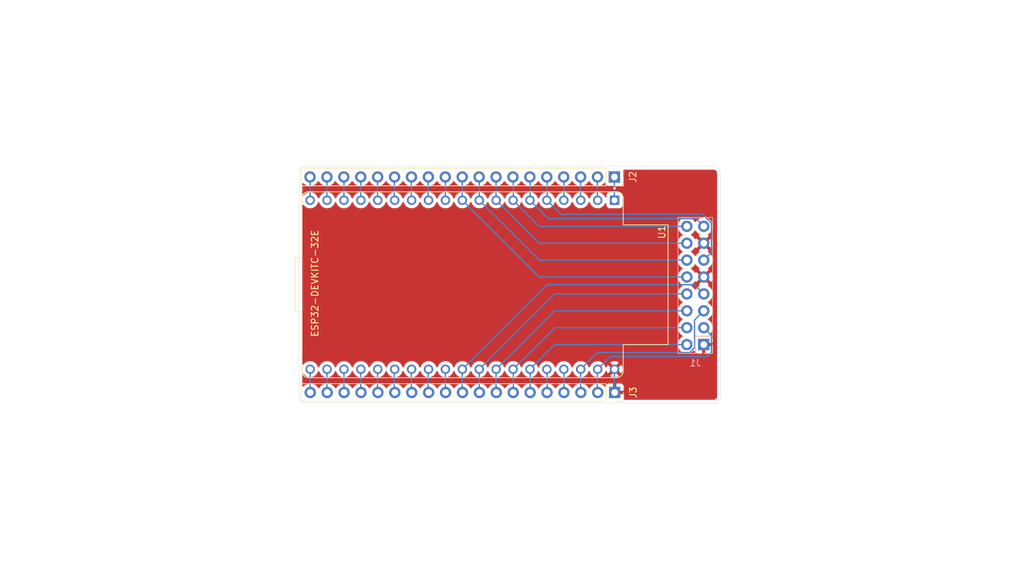
<source format=kicad_pcb>
(kicad_pcb (version 20241229) (generator "pcbnew") (generator_version "9.0")
  (layers (0 "F.Cu" signal) (2 "B.Cu" signal) (13 "F.Paste" user) (15 "B.Paste" user) (5 "F.SilkS" user "F.Silkscreen") (7 "B.SilkS" user "B.Silkscreen") (1 "F.Mask" user) (3 "B.Mask" user) (25 "Edge.Cuts" user))
  (net 0 "")
  (net 1 "GND")
  (net 2 "CLK")
  (net 3 "LAT")
  (net 4 "R1")
  (net 5 "B2")
  (net 6 "C")
  (net 7 "R2")
  (net 8 "G1")
  (net 9 "A")
  (net 10 "B1")
  (net 11 "B")
  (net 12 "G2")
  (net 13 "D")
  (net 14 "OE")
  (net 15 "Net-(J2-Pin_15)")
  (net 16 "Net-(J2-Pin_4)")
  (net 17 "Net-(J2-Pin_3)")
  (net 18 "Net-(J2-Pin_2)")
  (net 19 "Net-(J2-Pin_17)")
  (net 20 "Net-(J2-Pin_13)")
  (net 21 "Net-(J2-Pin_1)")
  (net 22 "Net-(J2-Pin_12)")
  (net 23 "Net-(J2-Pin_18)")
  (net 24 "Net-(J2-Pin_16)")
  (net 25 "Net-(J2-Pin_19)")
  (net 26 "Net-(J2-Pin_14)")
  (net 27 "Net-(J3-Pin_15)")
  (net 28 "Net-(J3-Pin_12)")
  (net 29 "Net-(J3-Pin_4)")
  (net 30 "Net-(J3-Pin_19)")
  (net 31 "Net-(J3-Pin_17)")
  (net 32 "Net-(J3-Pin_16)")
  (net 33 "Net-(J3-Pin_5)")
  (net 34 "Net-(J3-Pin_14)")
  (net 35 "Net-(J2-Pin_11)")
  (net 36 "Net-(J3-Pin_13)")
  (net 37 "Net-(J3-Pin_11)")
  (net 38 "Net-(J3-Pin_18)")
  (footprint "Connector_PinSocket_2.54mm:PinSocket_1x19_P2.54mm_Vertical" (layer "F.Cu") (at 150.42 114 -90)
    (property "Reference" "J3" (at 0 -2.77 90) (layer "F.SilkS"))
    (property "Value" "Conn_01x19_MountingPin")
    (fp_line (start -1.33 47.05) (end 1.33 47.05) (stroke (width 0.12)) (layer "F.SilkS"))
    (fp_line (start -1.33 1.27) (end -1.33 47.05) (stroke (width 0.12)) (layer "F.SilkS"))
    (fp_line (start -1.33 1.27) (end 1.33 1.27) (stroke (width 0.12)) (layer "F.SilkS"))
    (fp_line (start 1.33 1.27) (end 1.33 47.05) (stroke (width 0.12)) (layer "F.SilkS"))
    (fp_line (start 0 -1.33) (end 1.33 -1.33) (stroke (width 0.12)) (layer "F.SilkS"))
    (fp_line (start 1.33 -1.33) (end 1.33 0) (stroke (width 0.12)) (layer "F.SilkS"))
    (pad "1" thru_hole rect (at 0 0 270) (size 1.7 1.7) (drill 1) (layers "*.Cu" "*.Mask") (net 1 "GND"))
    (pad "2" thru_hole circle (at 0 2.54 270) (size 1.7 1.7) (drill 1) (layers "*.Cu" "*.Mask") (net 3 "LAT"))
    (pad "3" thru_hole circle (at 0 5.08 270) (size 1.7 1.7) (drill 1) (layers "*.Cu" "*.Mask") (net 13 "D"))
    (pad "4" thru_hole circle (at 0 7.62 270) (size 1.7 1.7) (drill 1) (layers "*.Cu" "*.Mask") (net 29 "Net-(J3-Pin_4)"))
    (pad "5" thru_hole circle (at 0 10.16 270) (size 1.7 1.7) (drill 1) (layers "*.Cu" "*.Mask") (net 33 "Net-(J3-Pin_5)"))
    (pad "6" thru_hole circle (at 0 12.7 270) (size 1.7 1.7) (drill 1) (layers "*.Cu" "*.Mask") (net 14 "OE"))
    (pad "7" thru_hole circle (at 0 15.24 270) (size 1.7 1.7) (drill 1) (layers "*.Cu" "*.Mask") (net 2 "CLK"))
    (pad "8" thru_hole circle (at 0 17.78 270) (size 1.7 1.7) (drill 1) (layers "*.Cu" "*.Mask") (net 6 "C"))
    (pad "9" thru_hole circle (at 0 20.32 270) (size 1.7 1.7) (drill 1) (layers "*.Cu" "*.Mask") (net 9 "A"))
    (pad "10" thru_hole circle (at 0 22.86 270) (size 1.7 1.7) (drill 1) (layers "*.Cu" "*.Mask") (net 11 "B"))
    (pad "11" thru_hole circle (at 0 25.4 270) (size 1.7 1.7) (drill 1) (layers "*.Cu" "*.Mask") (net 37 "Net-(J3-Pin_11)"))
    (pad "12" thru_hole circle (at 0 27.94 270) (size 1.7 1.7) (drill 1) (layers "*.Cu" "*.Mask") (net 28 "Net-(J3-Pin_12)"))
    (pad "13" thru_hole circle (at 0 30.48 270) (size 1.7 1.7) (drill 1) (layers "*.Cu" "*.Mask") (net 36 "Net-(J3-Pin_13)"))
    (pad "14" thru_hole circle (at 0 33.02 270) (size 1.7 1.7) (drill 1) (layers "*.Cu" "*.Mask") (net 34 "Net-(J3-Pin_14)"))
    (pad "15" thru_hole circle (at 0 35.56 270) (size 1.7 1.7) (drill 1) (layers "*.Cu" "*.Mask") (net 27 "Net-(J3-Pin_15)"))
    (pad "16" thru_hole circle (at 0 38.1 270) (size 1.7 1.7) (drill 1) (layers "*.Cu" "*.Mask") (net 32 "Net-(J3-Pin_16)"))
    (pad "17" thru_hole circle (at 0 40.64 270) (size 1.7 1.7) (drill 1) (layers "*.Cu" "*.Mask") (net 31 "Net-(J3-Pin_17)"))
    (pad "18" thru_hole circle (at 0 43.18 270) (size 1.7 1.7) (drill 1) (layers "*.Cu" "*.Mask") (net 38 "Net-(J3-Pin_18)"))
    (pad "19" thru_hole circle (at 0 45.72 270) (size 1.7 1.7) (drill 1) (layers "*.Cu" "*.Mask") (net 30 "Net-(J3-Pin_19)"))
  )
  (footprint "Connector_PinSocket_2.54mm:PinSocket_1x19_P2.54mm_Vertical" (layer "F.Cu") (at 150.38 81.6 -90)
    (property "Reference" "J2" (at 0 -2.77 90) (layer "F.SilkS"))
    (property "Value" "Conn_01x19_MountingPin")
    (fp_line (start -1.33 47.05) (end 1.33 47.05) (stroke (width 0.12)) (layer "F.SilkS"))
    (fp_line (start -1.33 1.27) (end -1.33 47.05) (stroke (width 0.12)) (layer "F.SilkS"))
    (fp_line (start -1.33 1.27) (end 1.33 1.27) (stroke (width 0.12)) (layer "F.SilkS"))
    (fp_line (start 1.33 1.27) (end 1.33 47.05) (stroke (width 0.12)) (layer "F.SilkS"))
    (fp_line (start 0 -1.33) (end 1.33 -1.33) (stroke (width 0.12)) (layer "F.SilkS"))
    (fp_line (start 1.33 -1.33) (end 1.33 0) (stroke (width 0.12)) (layer "F.SilkS"))
    (pad "1" thru_hole rect (at 0 0 270) (size 1.7 1.7) (drill 1) (layers "*.Cu" "*.Mask") (net 21 "Net-(J2-Pin_1)"))
    (pad "2" thru_hole circle (at 0 2.54 270) (size 1.7 1.7) (drill 1) (layers "*.Cu" "*.Mask") (net 18 "Net-(J2-Pin_2)"))
    (pad "3" thru_hole circle (at 0 5.08 270) (size 1.7 1.7) (drill 1) (layers "*.Cu" "*.Mask") (net 17 "Net-(J2-Pin_3)"))
    (pad "4" thru_hole circle (at 0 7.62 270) (size 1.7 1.7) (drill 1) (layers "*.Cu" "*.Mask") (net 16 "Net-(J2-Pin_4)"))
    (pad "5" thru_hole circle (at 0 10.16 270) (size 1.7 1.7) (drill 1) (layers "*.Cu" "*.Mask") (net 12 "G2"))
    (pad "6" thru_hole circle (at 0 12.7 270) (size 1.7 1.7) (drill 1) (layers "*.Cu" "*.Mask") (net 8 "G1"))
    (pad "7" thru_hole circle (at 0 15.24 270) (size 1.7 1.7) (drill 1) (layers "*.Cu" "*.Mask") (net 4 "R1"))
    (pad "8" thru_hole circle (at 0 17.78 270) (size 1.7 1.7) (drill 1) (layers "*.Cu" "*.Mask") (net 10 "B1"))
    (pad "9" thru_hole circle (at 0 20.32 270) (size 1.7 1.7) (drill 1) (layers "*.Cu" "*.Mask") (net 7 "R2"))
    (pad "10" thru_hole circle (at 0 22.86 270) (size 1.7 1.7) (drill 1) (layers "*.Cu" "*.Mask") (net 5 "B2"))
    (pad "11" thru_hole circle (at 0 25.4 270) (size 1.7 1.7) (drill 1) (layers "*.Cu" "*.Mask") (net 35 "Net-(J2-Pin_11)"))
    (pad "12" thru_hole circle (at 0 27.94 270) (size 1.7 1.7) (drill 1) (layers "*.Cu" "*.Mask") (net 22 "Net-(J2-Pin_12)"))
    (pad "13" thru_hole circle (at 0 30.48 270) (size 1.7 1.7) (drill 1) (layers "*.Cu" "*.Mask") (net 20 "Net-(J2-Pin_13)"))
    (pad "14" thru_hole circle (at 0 33.02 270) (size 1.7 1.7) (drill 1) (layers "*.Cu" "*.Mask") (net 26 "Net-(J2-Pin_14)"))
    (pad "15" thru_hole circle (at 0 35.56 270) (size 1.7 1.7) (drill 1) (layers "*.Cu" "*.Mask") (net 15 "Net-(J2-Pin_15)"))
    (pad "16" thru_hole circle (at 0 38.1 270) (size 1.7 1.7) (drill 1) (layers "*.Cu" "*.Mask") (net 24 "Net-(J2-Pin_16)"))
    (pad "17" thru_hole circle (at 0 40.64 270) (size 1.7 1.7) (drill 1) (layers "*.Cu" "*.Mask") (net 19 "Net-(J2-Pin_17)"))
    (pad "18" thru_hole circle (at 0 43.18 270) (size 1.7 1.7) (drill 1) (layers "*.Cu" "*.Mask") (net 23 "Net-(J2-Pin_18)"))
    (pad "19" thru_hole circle (at 0 45.72 270) (size 1.7 1.7) (drill 1) (layers "*.Cu" "*.Mask") (net 25 "Net-(J2-Pin_19)"))
  )
  (footprint "ESP32-DEVKITC-32E:MODULE_ESP32-DEVKITC-32E" (layer "F.Cu") (at 127.565 97.8 -90)
    (property "Reference" "U1" (at -7.9 -29.935 90) (layer "F.SilkS"))
    (property "Value" "ESP32-DEVKITC-32E" (at -0.2 22.165 90) (layer "F.SilkS"))
    (fp_line (start -4.05 25.13) (end 4.05 25.13) (stroke (width 0.127)) (layer "F.SilkS"))
    (fp_line (start 4.05 25.13) (end 4.05 24.13) (stroke (width 0.127)) (layer "F.SilkS"))
    (fp_line (start -12.97 24.13) (end -4.05 24.13) (stroke (width 0.127)) (layer "F.SilkS"))
    (fp_line (start -4.05 24.13) (end -4.05 25.13) (stroke (width 0.127)) (layer "F.SilkS"))
    (fp_line (start 4.05 24.13) (end 12.97 24.13) (stroke (width 0.127)) (layer "F.SilkS"))
    (fp_line (start -13.97 23.13) (end -13.97 -23.13) (stroke (width 0.127)) (layer "F.SilkS"))
    (fp_line (start 13.97 23.13) (end 13.97 -23.13) (stroke (width 0.127)) (layer "F.SilkS"))
    (fp_line (start -12.97 -24.13) (end -9 -24.13) (stroke (width 0.127)) (layer "F.SilkS"))
    (fp_line (start -9 -24.13) (end -9 -30.87) (stroke (width 0.127)) (layer "F.SilkS"))
    (fp_line (start 9 -24.13) (end 12.97 -24.13) (stroke (width 0.127)) (layer "F.SilkS"))
    (fp_line (start -9 -30.87) (end 9 -30.87) (stroke (width 0.127)) (layer "F.SilkS"))
    (fp_line (start 9 -30.87) (end 9 -24.13) (stroke (width 0.127)) (layer "F.SilkS"))
    (fp_arc (start -12.97 24.13) (mid -13.677107 23.837107) (end -13.97 23.13) (stroke (width 0.127)) (layer "F.SilkS"))
    (fp_arc (start 13.97 23.13) (mid 13.677107 23.837107) (end 12.97 24.13) (stroke (width 0.127)) (layer "F.SilkS"))
    (fp_arc (start -13.97 -23.13) (mid -13.677107 -23.837107) (end -12.97 -24.13) (stroke (width 0.127)) (layer "F.SilkS"))
    (fp_arc (start 12.97 -24.13) (mid 13.677107 -23.837107) (end 13.97 -23.13) (stroke (width 0.127)) (layer "F.SilkS"))
    (fp_circle (center -14.5 -22.835) (end -14.4 -22.835) (stroke (width 0.2)) (fill no) (layer "F.SilkS"))
    (pad "J2_1" thru_hole rect (at -12.7 -22.835 270) (size 1.408 1.408) (drill 0.9) (layers "*.Cu" "*.Mask") (net 21 "Net-(J2-Pin_1)"))
    (pad "J2_2" thru_hole circle (at -12.7 -20.295 270) (size 1.408 1.408) (drill 0.9) (layers "*.Cu" "*.Mask") (net 18 "Net-(J2-Pin_2)"))
    (pad "J2_3" thru_hole circle (at -12.7 -17.755 270) (size 1.408 1.408) (drill 0.9) (layers "*.Cu" "*.Mask") (net 17 "Net-(J2-Pin_3)"))
    (pad "J2_4" thru_hole circle (at -12.7 -15.215 270) (size 1.408 1.408) (drill 0.9) (layers "*.Cu" "*.Mask") (net 16 "Net-(J2-Pin_4)"))
    (pad "J2_5" thru_hole circle (at -12.7 -12.675 270) (size 1.408 1.408) (drill 0.9) (layers "*.Cu" "*.Mask") (net 12 "G2"))
    (pad "J2_6" thru_hole circle (at -12.7 -10.135 270) (size 1.408 1.408) (drill 0.9) (layers "*.Cu" "*.Mask") (net 8 "G1"))
    (pad "J2_7" thru_hole circle (at -12.7 -7.595 270) (size 1.408 1.408) (drill 0.9) (layers "*.Cu" "*.Mask") (net 4 "R1"))
    (pad "J2_8" thru_hole circle (at -12.7 -5.055 270) (size 1.408 1.408) (drill 0.9) (layers "*.Cu" "*.Mask") (net 10 "B1"))
    (pad "J2_9" thru_hole circle (at -12.7 -2.515 270) (size 1.408 1.408) (drill 0.9) (layers "*.Cu" "*.Mask") (net 7 "R2"))
    (pad "J2_10" thru_hole circle (at -12.7 0.025 270) (size 1.408 1.408) (drill 0.9) (layers "*.Cu" "*.Mask") (net 5 "B2"))
    (pad "J2_11" thru_hole circle (at -12.7 2.565 270) (size 1.408 1.408) (drill 0.9) (layers "*.Cu" "*.Mask") (net 35 "Net-(J2-Pin_11)"))
    (pad "J2_12" thru_hole circle (at -12.7 5.105 270) (size 1.408 1.408) (drill 0.9) (layers "*.Cu" "*.Mask") (net 22 "Net-(J2-Pin_12)"))
    (pad "J2_13" thru_hole circle (at -12.7 7.645 270) (size 1.408 1.408) (drill 0.9) (layers "*.Cu" "*.Mask") (net 20 "Net-(J2-Pin_13)"))
    (pad "J2_14" thru_hole circle (at -12.7 10.185 270) (size 1.408 1.408) (drill 0.9) (layers "*.Cu" "*.Mask") (net 26 "Net-(J2-Pin_14)"))
    (pad "J2_15" thru_hole circle (at -12.7 12.725 270) (size 1.408 1.408) (drill 0.9) (layers "*.Cu" "*.Mask") (net 15 "Net-(J2-Pin_15)"))
    (pad "J2_16" thru_hole circle (at -12.7 15.265 270) (size 1.408 1.408) (drill 0.9) (layers "*.Cu" "*.Mask") (net 24 "Net-(J2-Pin_16)"))
    (pad "J2_17" thru_hole circle (at -12.7 17.805 270) (size 1.408 1.408) (drill 0.9) (layers "*.Cu" "*.Mask") (net 19 "Net-(J2-Pin_17)"))
    (pad "J2_18" thru_hole circle (at -12.7 20.345 270) (size 1.408 1.408) (drill 0.9) (layers "*.Cu" "*.Mask") (net 23 "Net-(J2-Pin_18)"))
    (pad "J2_19" thru_hole circle (at -12.7 22.885 270) (size 1.408 1.408) (drill 0.9) (layers "*.Cu" "*.Mask") (net 25 "Net-(J2-Pin_19)"))
    (pad "J3_1" thru_hole circle (at 12.7 -22.835 270) (size 1.408 1.408) (drill 0.9) (layers "*.Cu" "*.Mask") (net 1 "GND"))
    (pad "J3_2" thru_hole circle (at 12.7 -20.295 270) (size 1.408 1.408) (drill 0.9) (layers "*.Cu" "*.Mask") (net 3 "LAT"))
    (pad "J3_3" thru_hole circle (at 12.7 -17.755 270) (size 1.408 1.408) (drill 0.9) (layers "*.Cu" "*.Mask") (net 13 "D"))
    (pad "J3_4" thru_hole circle (at 12.7 -15.215 270) (size 1.408 1.408) (drill 0.9) (layers "*.Cu" "*.Mask") (net 29 "Net-(J3-Pin_4)"))
    (pad "J3_5" thru_hole circle (at 12.7 -12.675 270) (size 1.408 1.408) (drill 0.9) (layers "*.Cu" "*.Mask") (net 33 "Net-(J3-Pin_5)"))
    (pad "J3_6" thru_hole circle (at 12.7 -10.135 270) (size 1.408 1.408) (drill 0.9) (layers "*.Cu" "*.Mask") (net 14 "OE"))
    (pad "J3_7" thru_hole circle (at 12.7 -7.595 270) (size 1.408 1.408) (drill 0.9) (layers "*.Cu" "*.Mask") (net 2 "CLK"))
    (pad "J3_8" thru_hole circle (at 12.7 -5.055 270) (size 1.408 1.408) (drill 0.9) (layers "*.Cu" "*.Mask") (net 6 "C"))
    (pad "J3_9" thru_hole circle (at 12.7 -2.515 270) (size 1.408 1.408) (drill 0.9) (layers "*.Cu" "*.Mask") (net 9 "A"))
    (pad "J3_10" thru_hole circle (at 12.7 0.025 270) (size 1.408 1.408) (drill 0.9) (layers "*.Cu" "*.Mask") (net 11 "B"))
    (pad "J3_11" thru_hole circle (at 12.7 2.565 270) (size 1.408 1.408) (drill 0.9) (layers "*.Cu" "*.Mask") (net 37 "Net-(J3-Pin_11)"))
    (pad "J3_12" thru_hole circle (at 12.7 5.105 270) (size 1.408 1.408) (drill 0.9) (layers "*.Cu" "*.Mask") (net 28 "Net-(J3-Pin_12)"))
    (pad "J3_13" thru_hole circle (at 12.7 7.645 270) (size 1.408 1.408) (drill 0.9) (layers "*.Cu" "*.Mask") (net 36 "Net-(J3-Pin_13)"))
    (pad "J3_14" thru_hole circle (at 12.7 10.185 270) (size 1.408 1.408) (drill 0.9) (layers "*.Cu" "*.Mask") (net 34 "Net-(J3-Pin_14)"))
    (pad "J3_15" thru_hole circle (at 12.7 12.725 270) (size 1.408 1.408) (drill 0.9) (layers "*.Cu" "*.Mask") (net 27 "Net-(J3-Pin_15)"))
    (pad "J3_16" thru_hole circle (at 12.7 15.265 270) (size 1.408 1.408) (drill 0.9) (layers "*.Cu" "*.Mask") (net 32 "Net-(J3-Pin_16)"))
    (pad "J3_17" thru_hole circle (at 12.7 17.805 270) (size 1.408 1.408) (drill 0.9) (layers "*.Cu" "*.Mask") (net 31 "Net-(J3-Pin_17)"))
    (pad "J3_18" thru_hole circle (at 12.7 20.345 270) (size 1.408 1.408) (drill 0.9) (layers "*.Cu" "*.Mask") (net 38 "Net-(J3-Pin_18)"))
    (pad "J3_19" thru_hole circle (at 12.7 22.885 270) (size 1.408 1.408) (drill 0.9) (layers "*.Cu" "*.Mask") (net 30 "Net-(J3-Pin_19)"))
  )
  (footprint "Connector_PinSocket_2.54mm:PinSocket_2x08_P2.54mm_Vertical" (layer "B.Cu") (at 163.8 106.8)
    (property "Reference" "J1" (at -1.27 2.77 0) (layer "B.SilkS") (effects (justify mirror)))
    (property "Value" "Conn_02x08_Odd_Even_MountingPin")
    (fp_line (start -3.87 -19.11) (end 1.33 -19.11) (stroke (width 0.12)) (layer "B.SilkS"))
    (fp_line (start -3.87 1.33) (end -3.87 -19.11) (stroke (width 0.12)) (layer "B.SilkS"))
    (fp_line (start -3.87 1.33) (end -1.27 1.33) (stroke (width 0.12)) (layer "B.SilkS"))
    (fp_line (start -1.27 -1.27) (end 1.33 -1.27) (stroke (width 0.12)) (layer "B.SilkS"))
    (fp_line (start -1.27 1.33) (end -1.27 -1.27) (stroke (width 0.12)) (layer "B.SilkS"))
    (fp_line (start 0 1.33) (end 1.33 1.33) (stroke (width 0.12)) (layer "B.SilkS"))
    (fp_line (start 1.33 -1.27) (end 1.33 -19.11) (stroke (width 0.12)) (layer "B.SilkS"))
    (fp_line (start 1.33 1.33) (end 1.33 0) (stroke (width 0.12)) (layer "B.SilkS"))
    (pad "1" thru_hole rect (at 0 0) (size 1.7 1.7) (drill 1) (layers "*.Cu" "*.Mask") (net 1 "GND"))
    (pad "2" thru_hole circle (at -2.54 0) (size 1.7 1.7) (drill 1) (layers "*.Cu" "*.Mask") (net 14 "OE"))
    (pad "3" thru_hole circle (at 0 -2.54) (size 1.7 1.7) (drill 1) (layers "*.Cu" "*.Mask") (net 3 "LAT"))
    (pad "4" thru_hole circle (at -2.54 -2.54) (size 1.7 1.7) (drill 1) (layers "*.Cu" "*.Mask") (net 2 "CLK"))
    (pad "5" thru_hole circle (at 0 -5.08) (size 1.7 1.7) (drill 1) (layers "*.Cu" "*.Mask") (net 13 "D"))
    (pad "6" thru_hole circle (at -2.54 -5.08) (size 1.7 1.7) (drill 1) (layers "*.Cu" "*.Mask") (net 6 "C"))
    (pad "7" thru_hole circle (at 0 -7.62) (size 1.7 1.7) (drill 1) (layers "*.Cu" "*.Mask") (net 11 "B"))
    (pad "8" thru_hole circle (at -2.54 -7.62) (size 1.7 1.7) (drill 1) (layers "*.Cu" "*.Mask") (net 9 "A"))
    (pad "9" thru_hole circle (at 0 -10.16) (size 1.7 1.7) (drill 1) (layers "*.Cu" "*.Mask") (net 1 "GND"))
    (pad "10" thru_hole circle (at -2.54 -10.16) (size 1.7 1.7) (drill 1) (layers "*.Cu" "*.Mask") (net 5 "B2"))
    (pad "11" thru_hole circle (at 0 -12.7) (size 1.7 1.7) (drill 1) (layers "*.Cu" "*.Mask") (net 12 "G2"))
    (pad "12" thru_hole circle (at -2.54 -12.7) (size 1.7 1.7) (drill 1) (layers "*.Cu" "*.Mask") (net 7 "R2"))
    (pad "13" thru_hole circle (at 0 -15.24) (size 1.7 1.7) (drill 1) (layers "*.Cu" "*.Mask") (net 1 "GND"))
    (pad "14" thru_hole circle (at -2.54 -15.24) (size 1.7 1.7) (drill 1) (layers "*.Cu" "*.Mask") (net 10 "B1"))
    (pad "15" thru_hole circle (at 0 -17.78) (size 1.7 1.7) (drill 1) (layers "*.Cu" "*.Mask") (net 8 "G1"))
    (pad "16" thru_hole circle (at -2.54 -17.78) (size 1.7 1.7) (drill 1) (layers "*.Cu" "*.Mask") (net 4 "R1"))
  )
  (gr_line (start 104 80) (end 165.3 80) (stroke (width 0.05)) (layer "Edge.Cuts"))
  (gr_line (start 165.3 115.6) (end 104 115.6) (stroke (width 0.05)) (layer "Edge.Cuts"))
  (gr_arc (start 103 81) (mid 103.292893 80.292893) (end 104 80) (stroke (width 0.05)) (layer "Edge.Cuts"))
  (gr_line (start 166.3 81) (end 166.3 114.6) (stroke (width 0.05)) (layer "Edge.Cuts"))
  (gr_arc (start 166.3 114.6) (mid 166.007107 115.307107) (end 165.3 115.6) (stroke (width 0.05)) (layer "Edge.Cuts"))
  (gr_line (start 103 114.6) (end 103 81) (stroke (width 0.05)) (layer "Edge.Cuts"))
  (gr_arc (start 104 115.6) (mid 103.292893 115.307107) (end 103 114.6) (stroke (width 0.05)) (layer "Edge.Cuts"))
  (gr_arc (start 165.3 80) (mid 166.007107 80.292893) (end 166.3 81) (stroke (width 0.05)) (layer "Edge.Cuts"))
  (segment (start 150.38 113.96) (end 150.38 110.48) (width 0.2) (layer "B.Cu") (net 1))
  (segment (start 161.26 104.26) (end 141.4 104.26) (width 0.2) (layer "B.Cu") (net 2))
  (segment (start 135.2 113.96) (end 135.2 110.48) (width 0.2) (layer "B.Cu") (net 2))
  (segment (start 141.4 104.26) (end 135.16 110.5) (width 0.2) (layer "B.Cu") (net 2))
  (segment (start 163.8 104.26) (end 164.951 105.411) (width 0.2) (layer "B.Cu") (net 3))
  (segment (start 147.82 110.46) (end 147.82 113.94) (width 0.2) (layer "B.Cu") (net 3))
  (segment (start 164.951 107.951) (end 164.302 108.6) (width 0.2) (layer "B.Cu") (net 3))
  (segment (start 164.302 108.6) (end 149.76 108.6) (width 0.2) (layer "B.Cu") (net 3))
  (segment (start 164.951 105.411) (end 164.951 107.951) (width 0.2) (layer "B.Cu") (net 3))
  (segment (start 149.76 108.6) (end 147.86 110.5) (width 0.2) (layer "B.Cu") (net 3))
  (segment (start 135.2 85.06) (end 135.2 81.58) (width 0.2) (layer "B.Cu") (net 4))
  (segment (start 161.26 89.02) (end 139.08 89.02) (width 0.2) (layer "B.Cu") (net 4))
  (segment (start 139.08 89.02) (end 135.16 85.1) (width 0.2) (layer "B.Cu") (net 4))
  (segment (start 161.26 96.64) (end 139.08 96.64) (width 0.2) (layer "B.Cu") (net 5))
  (segment (start 127.52 81.6) (end 127.52 85.08) (width 0.2) (layer "B.Cu") (net 5))
  (segment (start 139.08 96.64) (end 127.54 85.1) (width 0.2) (layer "B.Cu") (net 5))
  (segment (start 132.6 110.5) (end 132.6 113.98) (width 0.2) (layer "B.Cu") (net 6))
  (segment (start 141.4 101.72) (end 132.62 110.5) (width 0.2) (layer "B.Cu") (net 6))
  (segment (start 161.26 101.72) (end 141.4 101.72) (width 0.2) (layer "B.Cu") (net 6))
  (segment (start 130.08 85.1) (end 130.08 81.62) (width 0.2) (layer "B.Cu") (net 7))
  (segment (start 139.08 94.1) (end 130.08 85.1) (width 0.2) (layer "B.Cu") (net 7))
  (segment (start 161.26 94.1) (end 139.08 94.1) (width 0.2) (layer "B.Cu") (net 7))
  (segment (start 140.469 87.869) (end 137.7 85.1) (width 0.2) (layer "B.Cu") (net 8))
  (segment (start 137.72 81.56) (end 137.72 85.04) (width 0.2) (layer "B.Cu") (net 8))
  (segment (start 163.8 89.02) (end 162.649 87.869) (width 0.2) (layer "B.Cu") (net 8))
  (segment (start 162.649 87.869) (end 140.469 87.869) (width 0.2) (layer "B.Cu") (net 8))
  (segment (start 141.4 99.18) (end 130.08 110.5) (width 0.2) (layer "B.Cu") (net 9))
  (segment (start 130.08 114) (end 130.08 110.52) (width 0.2) (layer "B.Cu") (net 9))
  (segment (start 161.26 99.18) (end 141.4 99.18) (width 0.2) (layer "B.Cu") (net 9))
  (segment (start 139.08 91.56) (end 132.62 85.1) (width 0.2) (layer "B.Cu") (net 10))
  (segment (start 161.26 91.56) (end 139.08 91.56) (width 0.2) (layer "B.Cu") (net 10))
  (segment (start 132.6 81.6) (end 132.6 85.08) (width 0.2) (layer "B.Cu") (net 10))
  (segment (start 140.249 97.791) (end 127.54 110.5) (width 0.2) (layer "B.Cu") (net 11))
  (segment (start 162.411 97.791) (end 140.249 97.791) (width 0.2) (layer "B.Cu") (net 11))
  (segment (start 127.52 110.5) (end 127.52 113.98) (width 0.2) (layer "B.Cu") (net 11))
  (segment (start 163.8 99.18) (end 162.411 97.791) (width 0.2) (layer "B.Cu") (net 11))
  (segment (start 142.34 87.2) (end 140.24 85.1) (width 0.2) (layer "B.Cu") (net 12))
  (segment (start 163.8 94.1) (end 164.951 92.949) (width 0.2) (layer "B.Cu") (net 12))
  (segment (start 164.951 88.54324) (end 163.60776 87.2) (width 0.2) (layer "B.Cu") (net 12))
  (segment (start 163.60776 87.2) (end 142.34 87.2) (width 0.2) (layer "B.Cu") (net 12))
  (segment (start 164.951 92.949) (end 164.951 88.54324) (width 0.2) (layer "B.Cu") (net 12))
  (segment (start 140.28 85.06) (end 140.28 81.58) (width 0.2) (layer "B.Cu") (net 12))
  (segment (start 163.8 101.72) (end 162.411 103.109) (width 0.2) (layer "B.Cu") (net 13))
  (segment (start 162.411 103.109) (end 162.411 107.27676) (width 0.2) (layer "B.Cu") (net 13))
  (segment (start 161.68776 108) (end 147.82 108) (width 0.2) (layer "B.Cu") (net 13))
  (segment (start 147.82 108) (end 145.32 110.5) (width 0.2) (layer "B.Cu") (net 13))
  (segment (start 162.411 107.27676) (end 161.68776 108) (width 0.2) (layer "B.Cu") (net 13))
  (segment (start 145.3 113.96) (end 145.3 110.48) (width 0.2) (layer "B.Cu") (net 13))
  (segment (start 141.4 106.8) (end 137.7 110.5) (width 0.2) (layer "B.Cu") (net 14))
  (segment (start 137.72 110.46) (end 137.72 113.94) (width 0.2) (layer "B.Cu") (net 14))
  (segment (start 161.26 106.8) (end 141.4 106.8) (width 0.2) (layer "B.Cu") (net 14))
  (segment (start 114.8 85.1) (end 114.8 81.62) (width 0.2) (layer "B.Cu") (net 15))
  (segment (start 142.8 81.56) (end 142.8 85.04) (width 0.2) (layer "B.Cu") (net 16))
  (segment (start 145.3 85.06) (end 145.3 81.58) (width 0.2) (layer "B.Cu") (net 17))
  (segment (start 147.82 81.56) (end 147.82 85.04) (width 0.2) (layer "B.Cu") (net 18))
  (segment (start 109.76 85.1) (end 109.76 81.62) (width 0.2) (layer "B.Cu") (net 19))
  (segment (start 109.76 81.62) (end 109.74 81.6) (width 0.2) (layer "B.Cu") (net 19))
  (segment (start 119.88 85.1) (end 119.88 81.62) (width 0.2) (layer "B.Cu") (net 20))
  (segment (start 150.38 85.06) (end 150.38 81.58) (width 0.2) (layer "B.Cu") (net 21))
  (segment (start 122.4 81.6) (end 122.4 85.08) (width 0.2) (layer "B.Cu") (net 22))
  (segment (start 107.2 85.08) (end 107.22 85.1) (width 0.2) (layer "B.Cu") (net 23))
  (segment (start 107.2 81.6) (end 107.2 85.08) (width 0.2) (layer "B.Cu") (net 23))
  (segment (start 112.28 85.08) (end 112.3 85.1) (width 0.2) (layer "B.Cu") (net 24))
  (segment (start 112.28 81.6) (end 112.28 85.08) (width 0.2) (layer "B.Cu") (net 24))
  (segment (start 104.68 81.62) (end 104.66 81.6) (width 0.2) (layer "B.Cu") (net 25))
  (segment (start 104.68 85.1) (end 104.68 81.62) (width 0.2) (layer "B.Cu") (net 25))
  (segment (start 117.32 81.6) (end 117.32 85.08) (width 0.2) (layer "B.Cu") (net 26))
  (segment (start 114.8 114) (end 114.8 110.52) (width 0.2) (layer "B.Cu") (net 27))
  (segment (start 122.4 110.5) (end 122.4 113.98) (width 0.2) (layer "B.Cu") (net 28))
  (segment (start 142.8 110.46) (end 142.8 113.94) (width 0.2) (layer "B.Cu") (net 29))
  (segment (start 104.68 114) (end 104.68 110.52) (width 0.2) (layer "B.Cu") (net 30))
  (segment (start 109.76 114) (end 109.76 110.52) (width 0.2) (layer "B.Cu") (net 31))
  (segment (start 112.28 110.5) (end 112.28 113.98) (width 0.2) (layer "B.Cu") (net 32))
  (segment (start 140.28 113.96) (end 140.28 110.48) (width 0.2) (layer "B.Cu") (net 33))
  (segment (start 117.32 110.5) (end 117.32 113.98) (width 0.2) (layer "B.Cu") (net 34))
  (segment (start 125 85.1) (end 125 81.62) (width 0.2) (layer "B.Cu") (net 35))
  (segment (start 119.88 114) (end 119.88 110.52) (width 0.2) (layer "B.Cu") (net 36))
  (segment (start 125 114) (end 125 110.52) (width 0.2) (layer "B.Cu") (net 37))
  (segment (start 107.2 110.5) (end 107.2 113.98) (width 0.2) (layer "B.Cu") (net 38))
  (zone (net 1) (net_name "GND") (layer "F.Cu") (connect_pads (clearance 0.5)) (min_thickness 0.25) (fill yes (thermal_gap 0.5) (thermal_bridge_width 0.5))
    (polygon (pts (xy 191.4 57) (xy 58.1 55) (xy 78 143.1) (xy 194.8 134.2) (xy 197.4 89.9) (xy 211.9 75.6)))
  )
)
</source>
